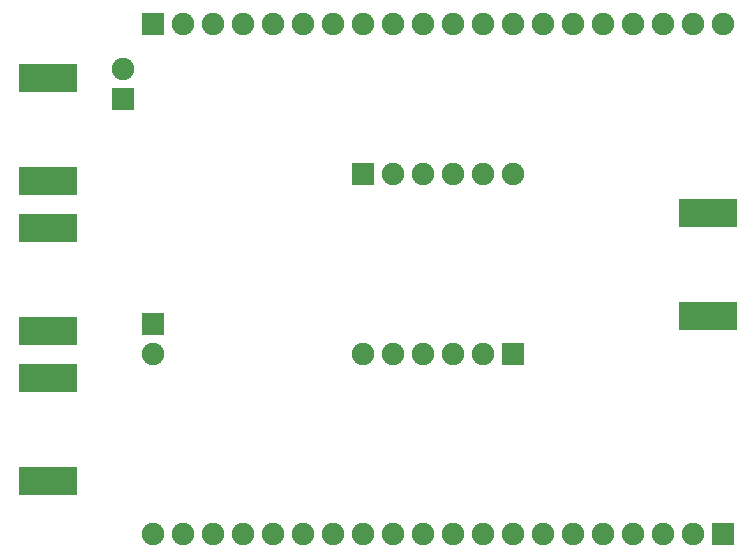
<source format=gbr>
G04 #@! TF.GenerationSoftware,KiCad,Pcbnew,5.0.0-rc2-dev-unknown-5ef715f~63~ubuntu16.04.1*
G04 #@! TF.CreationDate,2018-05-28T16:07:58+01:00*
G04 #@! TF.ProjectId,nano-shield,6E616E6F2D736869656C642E6B696361,rev?*
G04 #@! TF.SameCoordinates,Original*
G04 #@! TF.FileFunction,Soldermask,Bot*
G04 #@! TF.FilePolarity,Negative*
%FSLAX46Y46*%
G04 Gerber Fmt 4.6, Leading zero omitted, Abs format (unit mm)*
G04 Created by KiCad (PCBNEW 5.0.0-rc2-dev-unknown-5ef715f~63~ubuntu16.04.1) date Mon May 28 16:07:58 2018*
%MOMM*%
%LPD*%
G01*
G04 APERTURE LIST*
%ADD10C,1.900000*%
%ADD11R,1.900000X1.900000*%
%ADD12R,5.000000X2.400000*%
G04 APERTURE END LIST*
D10*
X48259999Y-73660000D03*
X50799999Y-73660000D03*
X53339999Y-73660000D03*
X55879999Y-73660000D03*
X58419999Y-73660000D03*
X60959999Y-73660000D03*
X63499999Y-73660000D03*
X66039999Y-73660000D03*
X68579999Y-73660000D03*
X71119999Y-73660000D03*
X73659999Y-73660000D03*
X76199999Y-73660000D03*
X78739999Y-73660000D03*
X81279999Y-73660000D03*
X83819999Y-73660000D03*
X86359999Y-73660000D03*
X88899999Y-73660000D03*
X91439999Y-73660000D03*
X93979999Y-73660000D03*
D11*
X96519999Y-73660000D03*
X48260000Y-30480000D03*
D10*
X50800000Y-30480000D03*
X53340000Y-30480000D03*
X55880000Y-30480000D03*
X58420000Y-30480000D03*
X60960000Y-30480000D03*
X63500000Y-30480000D03*
X66040000Y-30480000D03*
X68580000Y-30480000D03*
X71120000Y-30480000D03*
X73660000Y-30480000D03*
X76200000Y-30480000D03*
X78740000Y-30480000D03*
X81280000Y-30480000D03*
X83820000Y-30480000D03*
X86360000Y-30480000D03*
X88900000Y-30480000D03*
X91440000Y-30480000D03*
X93980000Y-30480000D03*
X96520000Y-30480000D03*
D11*
X66040000Y-43180000D03*
D10*
X68580000Y-43180000D03*
X71120000Y-43180000D03*
X73660000Y-43180000D03*
X76200000Y-43180000D03*
X78740000Y-43180000D03*
X66040000Y-58420000D03*
X68580000Y-58420000D03*
X71120000Y-58420000D03*
X73660000Y-58420000D03*
X76200000Y-58420000D03*
D11*
X78740000Y-58420000D03*
X45720000Y-36830001D03*
D10*
X45720000Y-34290001D03*
X48260000Y-58420000D03*
D11*
X48260000Y-55880000D03*
D12*
X95250000Y-46425000D03*
X95250000Y-55175000D03*
X39370000Y-60395000D03*
X39370000Y-69145000D03*
X39370000Y-43745000D03*
X39370000Y-34995000D03*
X39370000Y-47695000D03*
X39370000Y-56445000D03*
M02*

</source>
